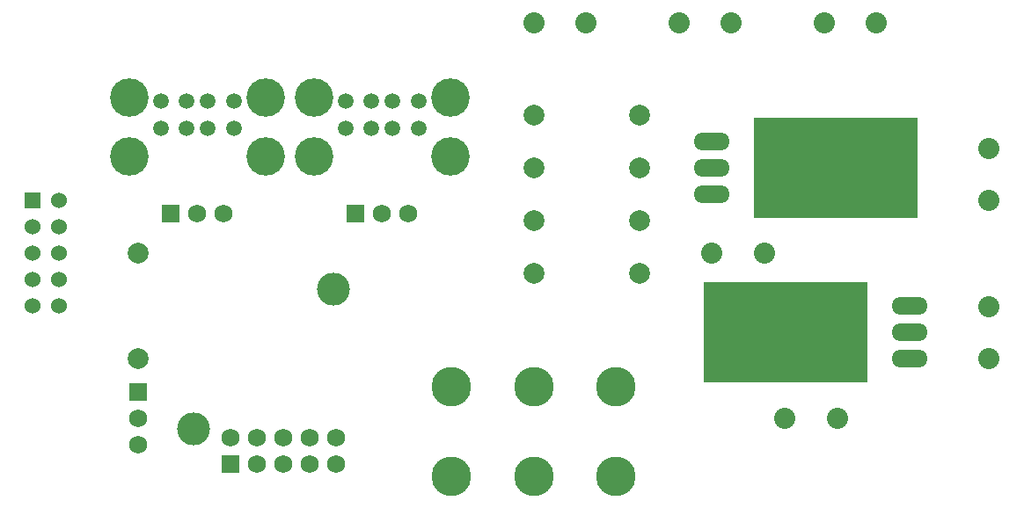
<source format=gts>
%FSLAX36Y36*%
G04 Gerber Fmt 3.6, Leading zero omitted, Abs format (unit inch)*
G04 Created by KiCad (PCBNEW (2014-jul-16 BZR unknown)-product) date Tue 13 Jan 2015 03:42:58 PM PST*
%MOIN*%
G01*
G04 APERTURE LIST*
%ADD10C,0.003937*%
%ADD11R,0.068000X0.068000*%
%ADD12C,0.068000*%
%ADD13R,0.060000X0.060000*%
%ADD14C,0.060000*%
%ADD15C,0.080000*%
%ADD16O,0.137800X0.066900*%
%ADD17R,0.620000X0.380000*%
%ADD18C,0.078700*%
%ADD19C,0.150000*%
%ADD20C,0.059055*%
%ADD21C,0.145669*%
%ADD22C,0.125000*%
G04 APERTURE END LIST*
D10*
D11*
X4500000Y-5475000D03*
D12*
X4500000Y-5575000D03*
X4500000Y-5675000D03*
D13*
X4100000Y-4750000D03*
D14*
X4200000Y-4750000D03*
X4100000Y-4850000D03*
X4200000Y-4850000D03*
X4100000Y-4950000D03*
X4200000Y-4950000D03*
X4100000Y-5050000D03*
X4200000Y-5050000D03*
X4100000Y-5150000D03*
X4200000Y-5150000D03*
D15*
X7298425Y-4075000D03*
X7101575Y-4075000D03*
X6748425Y-4075000D03*
X6551575Y-4075000D03*
X6198425Y-4075000D03*
X6001575Y-4075000D03*
X7725000Y-4748425D03*
X7725000Y-4551575D03*
X7725000Y-5348425D03*
X7725000Y-5151575D03*
D16*
X6675000Y-4625000D03*
X6675000Y-4525000D03*
X6675000Y-4725000D03*
D17*
X7145000Y-4625000D03*
D16*
X7425000Y-5250000D03*
X7425000Y-5350000D03*
X7425000Y-5150000D03*
D17*
X6955000Y-5250000D03*
D18*
X4500000Y-5350000D03*
X4500000Y-4950000D03*
D15*
X6875500Y-4950000D03*
X6674500Y-4950000D03*
X7150500Y-5575000D03*
X6949500Y-5575000D03*
D19*
X6000000Y-5795000D03*
X6000000Y-5455000D03*
X6312000Y-5795000D03*
X5688000Y-5455000D03*
X6312000Y-5455000D03*
X5688000Y-5795000D03*
D20*
X5287205Y-4475000D03*
X5385630Y-4475000D03*
X5464370Y-4475000D03*
X5562795Y-4475000D03*
X5287205Y-4371850D03*
X5385630Y-4371850D03*
X5464370Y-4371850D03*
X5562795Y-4371850D03*
D21*
X5166339Y-4581693D03*
X5683661Y-4581693D03*
X5166339Y-4358071D03*
X5683661Y-4358071D03*
D18*
X6000000Y-5025000D03*
X6400000Y-5025000D03*
X6000000Y-4825000D03*
X6400000Y-4825000D03*
X6000000Y-4625000D03*
X6400000Y-4625000D03*
X6000000Y-4425000D03*
X6400000Y-4425000D03*
D12*
X4850000Y-5650000D03*
X4950000Y-5650000D03*
X5050000Y-5650000D03*
X5150000Y-5650000D03*
X5250000Y-5650000D03*
D11*
X4850000Y-5750000D03*
D12*
X4950000Y-5750000D03*
X5050000Y-5750000D03*
X5150000Y-5750000D03*
X5250000Y-5750000D03*
D22*
X4710000Y-5615000D03*
X5240000Y-5085000D03*
D11*
X5325000Y-4800000D03*
D12*
X5425000Y-4800000D03*
X5525000Y-4800000D03*
D11*
X4625000Y-4800000D03*
D12*
X4725000Y-4800000D03*
X4825000Y-4800000D03*
D20*
X4587205Y-4475000D03*
X4685630Y-4475000D03*
X4764370Y-4475000D03*
X4862795Y-4475000D03*
X4587205Y-4371850D03*
X4685630Y-4371850D03*
X4764370Y-4371850D03*
X4862795Y-4371850D03*
D21*
X4466339Y-4581693D03*
X4983661Y-4581693D03*
X4466339Y-4358071D03*
X4983661Y-4358071D03*
M02*

</source>
